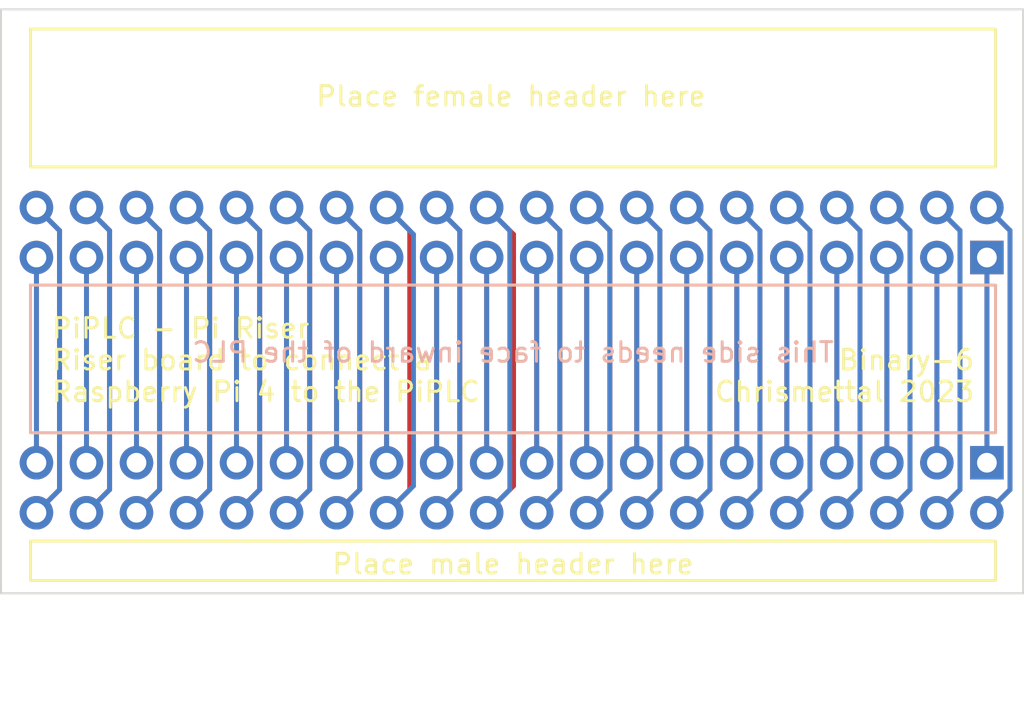
<source format=kicad_pcb>
(kicad_pcb (version 20221018) (generator pcbnew)
  (layers (0 "F.Cu" signal) (31 "B.Cu" signal) (34 "B.Paste" user) (35 "F.Paste" user) (36 "B.SilkS" user "B.Silkscreen") (37 "F.SilkS" user "F.Silkscreen") (38 "B.Mask" user) (39 "F.Mask" user) (44 "Edge.Cuts" user))
  (net 0 "")
  (net 1 "Net-(J1-Pin_1)")
  (net 2 "Net-(J1-Pin_2)")
  (net 3 "Net-(J1-Pin_3)")
  (net 4 "Net-(J1-Pin_4)")
  (net 5 "Net-(J1-Pin_5)")
  (net 6 "Net-(J1-Pin_6)")
  (net 7 "Net-(J1-Pin_7)")
  (net 8 "Net-(J1-Pin_8)")
  (net 9 "Net-(J1-Pin_9)")
  (net 10 "Net-(J1-Pin_10)")
  (net 11 "Net-(J1-Pin_11)")
  (net 12 "Net-(J1-Pin_12)")
  (net 13 "Net-(J1-Pin_13)")
  (net 14 "Net-(J1-Pin_14)")
  (net 15 "Net-(J1-Pin_15)")
  (net 16 "Net-(J1-Pin_16)")
  (net 17 "Net-(J1-Pin_17)")
  (net 18 "Net-(J1-Pin_18)")
  (net 19 "Net-(J1-Pin_19)")
  (net 20 "Net-(J1-Pin_20)")
  (net 21 "Net-(J1-Pin_21)")
  (net 22 "Net-(J1-Pin_22)")
  (net 23 "Net-(J1-Pin_23)")
  (net 24 "Net-(J1-Pin_24)")
  (net 25 "Net-(J1-Pin_25)")
  (net 26 "Net-(J1-Pin_26)")
  (net 27 "Net-(J1-Pin_27)")
  (net 28 "Net-(J1-Pin_28)")
  (net 29 "Net-(J1-Pin_29)")
  (net 30 "Net-(J1-Pin_30)")
  (net 31 "Net-(J1-Pin_31)")
  (net 32 "Net-(J1-Pin_32)")
  (net 33 "Net-(J1-Pin_33)")
  (net 34 "Net-(J1-Pin_34)")
  (net 35 "Net-(J1-Pin_35)")
  (net 36 "Net-(J1-Pin_36)")
  (net 37 "Net-(J1-Pin_37)")
  (net 38 "Net-(J1-Pin_38)")
  (net 39 "Net-(J1-Pin_39)")
  (net 40 "Net-(J1-Pin_40)")
  (footprint "Connector_PinHeader_2.54mm:PinHeader_2x20_P2.54mm_Horizontal" (layer "F.Cu") (at 157.26 108.42 -90)
    (fp_text reference "J1" hide)
    (fp_text value "Male" hide)
    (pad "1" thru_hole rect (at 0 0 270) (size 1.7 1.7) (drill 1) (layers "*.Cu" "*.Mask") (net 1 "Net-(J1-Pin_1)"))
    (pad "2" thru_hole oval (at 2.54 0 270) (size 1.7 1.7) (drill 1) (layers "*.Cu" "*.Mask") (net 2 "Net-(J1-Pin_2)"))
    (pad "3" thru_hole oval (at 0 2.54 270) (size 1.7 1.7) (drill 1) (layers "*.Cu" "*.Mask") (net 3 "Net-(J1-Pin_3)"))
    (pad "4" thru_hole oval (at 2.54 2.54 270) (size 1.7 1.7) (drill 1) (layers "*.Cu" "*.Mask") (net 4 "Net-(J1-Pin_4)"))
    (pad "5" thru_hole oval (at 0 5.08 270) (size 1.7 1.7) (drill 1) (layers "*.Cu" "*.Mask") (net 5 "Net-(J1-Pin_5)"))
    (pad "6" thru_hole oval (at 2.54 5.08 270) (size 1.7 1.7) (drill 1) (layers "*.Cu" "*.Mask") (net 6 "Net-(J1-Pin_6)"))
    (pad "7" thru_hole oval (at 0 7.62 270) (size 1.7 1.7) (drill 1) (layers "*.Cu" "*.Mask") (net 7 "Net-(J1-Pin_7)"))
    (pad "8" thru_hole oval (at 2.54 7.62 270) (size 1.7 1.7) (drill 1) (layers "*.Cu" "*.Mask") (net 8 "Net-(J1-Pin_8)"))
    (pad "9" thru_hole oval (at 0 10.16 270) (size 1.7 1.7) (drill 1) (layers "*.Cu" "*.Mask") (net 9 "Net-(J1-Pin_9)"))
    (pad "10" thru_hole oval (at 2.54 10.16 270) (size 1.7 1.7) (drill 1) (layers "*.Cu" "*.Mask") (net 10 "Net-(J1-Pin_10)"))
    (pad "11" thru_hole oval (at 0 12.7 270) (size 1.7 1.7) (drill 1) (layers "*.Cu" "*.Mask") (net 11 "Net-(J1-Pin_11)"))
    (pad "12" thru_hole oval (at 2.54 12.7 270) (size 1.7 1.7) (drill 1) (layers "*.Cu" "*.Mask") (net 12 "Net-(J1-Pin_12)"))
    (pad "13" thru_hole oval (at 0 15.24 270) (size 1.7 1.7) (drill 1) (layers "*.Cu" "*.Mask") (net 13 "Net-(J1-Pin_13)"))
    (pad "14" thru_hole oval (at 2.54 15.24 270) (size 1.7 1.7) (drill 1) (layers "*.Cu" "*.Mask") (net 14 "Net-(J1-Pin_14)"))
    (pad "15" thru_hole oval (at 0 17.78 270) (size 1.7 1.7) (drill 1) (layers "*.Cu" "*.Mask") (net 15 "Net-(J1-Pin_15)"))
    (pad "16" thru_hole oval (at 2.54 17.78 270) (size 1.7 1.7) (drill 1) (layers "*.Cu" "*.Mask") (net 16 "Net-(J1-Pin_16)"))
    (pad "17" thru_hole oval (at 0 20.32 270) (size 1.7 1.7) (drill 1) (layers "*.Cu" "*.Mask") (net 17 "Net-(J1-Pin_17)"))
    (pad "18" thru_hole oval (at 2.54 20.32 270) (size 1.7 1.7) (drill 1) (layers "*.Cu" "*.Mask") (net 18 "Net-(J1-Pin_18)"))
    (pad "19" thru_hole oval (at 0 22.86 270) (size 1.7 1.7) (drill 1) (layers "*.Cu" "*.Mask") (net 19 "Net-(J1-Pin_19)"))
    (pad "20" thru_hole oval (at 2.54 22.86 270) (size 1.7 1.7) (drill 1) (layers "*.Cu" "*.Mask") (net 20 "Net-(J1-Pin_20)"))
    (pad "21" thru_hole oval (at 0 25.4 270) (size 1.7 1.7) (drill 1) (layers "*.Cu" "*.Mask") (net 21 "Net-(J1-Pin_21)"))
    (pad "22" thru_hole oval (at 2.54 25.4 270) (size 1.7 1.7) (drill 1) (layers "*.Cu" "*.Mask") (net 22 "Net-(J1-Pin_22)"))
    (pad "23" thru_hole oval (at 0 27.94 270) (size 1.7 1.7) (drill 1) (layers "*.Cu" "*.Mask") (net 23 "Net-(J1-Pin_23)"))
    (pad "24" thru_hole oval (at 2.54 27.94 270) (size 1.7 1.7) (drill 1) (layers "*.Cu" "*.Mask") (net 24 "Net-(J1-Pin_24)"))
    (pad "25" thru_hole oval (at 0 30.48 270) (size 1.7 1.7) (drill 1) (layers "*.Cu" "*.Mask") (net 25 "Net-(J1-Pin_25)"))
    (pad "26" thru_hole oval (at 2.54 30.48 270) (size 1.7 1.7) (drill 1) (layers "*.Cu" "*.Mask") (net 26 "Net-(J1-Pin_26)"))
    (pad "27" thru_hole oval (at 0 33.02 270) (size 1.7 1.7) (drill 1) (layers "*.Cu" "*.Mask") (net 27 "Net-(J1-Pin_27)"))
    (pad "28" thru_hole oval (at 2.54 33.02 270) (size 1.7 1.7) (drill 1) (layers "*.Cu" "*.Mask") (net 28 "Net-(J1-Pin_28)"))
    (pad "29" thru_hole oval (at 0 35.56 270) (size 1.7 1.7) (drill 1) (layers "*.Cu" "*.Mask") (net 29 "Net-(J1-Pin_29)"))
    (pad "30" thru_hole oval (at 2.54 35.56 270) (size 1.7 1.7) (drill 1) (layers "*.Cu" "*.Mask") (net 30 "Net-(J1-Pin_30)"))
    (pad "31" thru_hole oval (at 0 38.1 270) (size 1.7 1.7) (drill 1) (layers "*.Cu" "*.Mask") (net 31 "Net-(J1-Pin_31)"))
    (pad "32" thru_hole oval (at 2.54 38.1 270) (size 1.7 1.7) (drill 1) (layers "*.Cu" "*.Mask") (net 32 "Net-(J1-Pin_32)"))
    (pad "33" thru_hole oval (at 0 40.64 270) (size 1.7 1.7) (drill 1) (layers "*.Cu" "*.Mask") (net 33 "Net-(J1-Pin_33)"))
    (pad "34" thru_hole oval (at 2.54 40.64 270) (size 1.7 1.7) (drill 1) (layers "*.Cu" "*.Mask") (net 34 "Net-(J1-Pin_34)"))
    (pad "35" thru_hole oval (at 0 43.18 270) (size 1.7 1.7) (drill 1) (layers "*.Cu" "*.Mask") (net 35 "Net-(J1-Pin_35)"))
    (pad "36" thru_hole oval (at 2.54 43.18 270) (size 1.7 1.7) (drill 1) (layers "*.Cu" "*.Mask") (net 36 "Net-(J1-Pin_36)"))
    (pad "37" thru_hole oval (at 0 45.72 270) (size 1.7 1.7) (drill 1) (layers "*.Cu" "*.Mask") (net 37 "Net-(J1-Pin_37)"))
    (pad "38" thru_hole oval (at 2.54 45.72 270) (size 1.7 1.7) (drill 1) (layers "*.Cu" "*.Mask") (net 38 "Net-(J1-Pin_38)"))
    (pad "39" thru_hole oval (at 0 48.26 270) (size 1.7 1.7) (drill 1) (layers "*.Cu" "*.Mask") (net 39 "Net-(J1-Pin_39)"))
    (pad "40" thru_hole oval (at 2.54 48.26 270) (size 1.7 1.7) (drill 1) (layers "*.Cu" "*.Mask") (net 40 "Net-(J1-Pin_40)"))
  )
  (footprint "Connector_PinSocket_2.54mm:PinSocket_2x20_P2.54mm_Horizontal" (layer "F.Cu") (at 157.26 98 -90)
    (fp_text reference "J2" hide)
    (fp_text value "Female" hide)
    (pad "1" thru_hole rect (at 0 0 270) (size 1.7 1.7) (drill 1) (layers "*.Cu" "*.Mask") (net 1 "Net-(J1-Pin_1)"))
    (pad "2" thru_hole oval (at -2.54 0 270) (size 1.7 1.7) (drill 1) (layers "*.Cu" "*.Mask") (net 2 "Net-(J1-Pin_2)"))
    (pad "3" thru_hole oval (at 0 2.54 270) (size 1.7 1.7) (drill 1) (layers "*.Cu" "*.Mask") (net 3 "Net-(J1-Pin_3)"))
    (pad "4" thru_hole oval (at -2.54 2.54 270) (size 1.7 1.7) (drill 1) (layers "*.Cu" "*.Mask") (net 4 "Net-(J1-Pin_4)"))
    (pad "5" thru_hole oval (at 0 5.08 270) (size 1.7 1.7) (drill 1) (layers "*.Cu" "*.Mask") (net 5 "Net-(J1-Pin_5)"))
    (pad "6" thru_hole oval (at -2.54 5.08 270) (size 1.7 1.7) (drill 1) (layers "*.Cu" "*.Mask") (net 6 "Net-(J1-Pin_6)"))
    (pad "7" thru_hole oval (at 0 7.62 270) (size 1.7 1.7) (drill 1) (layers "*.Cu" "*.Mask") (net 7 "Net-(J1-Pin_7)"))
    (pad "8" thru_hole oval (at -2.54 7.62 270) (size 1.7 1.7) (drill 1) (layers "*.Cu" "*.Mask") (net 8 "Net-(J1-Pin_8)"))
    (pad "9" thru_hole oval (at 0 10.16 270) (size 1.7 1.7) (drill 1) (layers "*.Cu" "*.Mask") (net 9 "Net-(J1-Pin_9)"))
    (pad "10" thru_hole oval (at -2.54 10.16 270) (size 1.7 1.7) (drill 1) (layers "*.Cu" "*.Mask") (net 10 "Net-(J1-Pin_10)"))
    (pad "11" thru_hole oval (at 0 12.7 270) (size 1.7 1.7) (drill 1) (layers "*.Cu" "*.Mask") (net 11 "Net-(J1-Pin_11)"))
    (pad "12" thru_hole oval (at -2.54 12.7 270) (size 1.7 1.7) (drill 1) (layers "*.Cu" "*.Mask") (net 12 "Net-(J1-Pin_12)"))
    (pad "13" thru_hole oval (at 0 15.24 270) (size 1.7 1.7) (drill 1) (layers "*.Cu" "*.Mask") (net 13 "Net-(J1-Pin_13)"))
    (pad "14" thru_hole oval (at -2.54 15.24 270) (size 1.7 1.7) (drill 1) (layers "*.Cu" "*.Mask") (net 14 "Net-(J1-Pin_14)"))
    (pad "15" thru_hole oval (at 0 17.78 270) (size 1.7 1.7) (drill 1) (layers "*.Cu" "*.Mask") (net 15 "Net-(J1-Pin_15)"))
    (pad "16" thru_hole oval (at -2.54 17.78 270) (size 1.7 1.7) (drill 1) (layers "*.Cu" "*.Mask") (net 16 "Net-(J1-Pin_16)"))
    (pad "17" thru_hole oval (at 0 20.32 270) (size 1.7 1.7) (drill 1) (layers "*.Cu" "*.Mask") (net 17 "Net-(J1-Pin_17)"))
    (pad "18" thru_hole oval (at -2.54 20.32 270) (size 1.7 1.7) (drill 1) (layers "*.Cu" "*.Mask") (net 18 "Net-(J1-Pin_18)"))
    (pad "19" thru_hole oval (at 0 22.86 270) (size 1.7 1.7) (drill 1) (layers "*.Cu" "*.Mask") (net 19 "Net-(J1-Pin_19)"))
    (pad "20" thru_hole oval (at -2.54 22.86 270) (size 1.7 1.7) (drill 1) (layers "*.Cu" "*.Mask") (net 20 "Net-(J1-Pin_20)"))
    (pad "21" thru_hole oval (at 0 25.4 270) (size 1.7 1.7) (drill 1) (layers "*.Cu" "*.Mask") (net 21 "Net-(J1-Pin_21)"))
    (pad "22" thru_hole oval (at -2.54 25.4 270) (size 1.7 1.7) (drill 1) (layers "*.Cu" "*.Mask") (net 22 "Net-(J1-Pin_22)"))
    (pad "23" thru_hole oval (at 0 27.94 270) (size 1.7 1.7) (drill 1) (layers "*.Cu" "*.Mask") (net 23 "Net-(J1-Pin_23)"))
    (pad "24" thru_hole oval (at -2.54 27.94 270) (size 1.7 1.7) (drill 1) (layers "*.Cu" "*.Mask") (net 24 "Net-(J1-Pin_24)"))
    (pad "25" thru_hole oval (at 0 30.48 270) (size 1.7 1.7) (drill 1) (layers "*.Cu" "*.Mask") (net 25 "Net-(J1-Pin_25)"))
    (pad "26" thru_hole oval (at -2.54 30.48 270) (size 1.7 1.7) (drill 1) (layers "*.Cu" "*.Mask") (net 26 "Net-(J1-Pin_26)"))
    (pad "27" thru_hole oval (at 0 33.02 270) (size 1.7 1.7) (drill 1) (layers "*.Cu" "*.Mask") (net 27 "Net-(J1-Pin_27)"))
    (pad "28" thru_hole oval (at -2.54 33.02 270) (size 1.7 1.7) (drill 1) (layers "*.Cu" "*.Mask") (net 28 "Net-(J1-Pin_28)"))
    (pad "29" thru_hole oval (at 0 35.56 270) (size 1.7 1.7) (drill 1) (layers "*.Cu" "*.Mask") (net 29 "Net-(J1-Pin_29)"))
    (pad "30" thru_hole oval (at -2.54 35.56 270) (size 1.7 1.7) (drill 1) (layers "*.Cu" "*.Mask") (net 30 "Net-(J1-Pin_30)"))
    (pad "31" thru_hole oval (at 0 38.1 270) (size 1.7 1.7) (drill 1) (layers "*.Cu" "*.Mask") (net 31 "Net-(J1-Pin_31)"))
    (pad "32" thru_hole oval (at -2.54 38.1 270) (size 1.7 1.7) (drill 1) (layers "*.Cu" "*.Mask") (net 32 "Net-(J1-Pin_32)"))
    (pad "33" thru_hole oval (at 0 40.64 270) (size 1.7 1.7) (drill 1) (layers "*.Cu" "*.Mask") (net 33 "Net-(J1-Pin_33)"))
    (pad "34" thru_hole oval (at -2.54 40.64 270) (size 1.7 1.7) (drill 1) (layers "*.Cu" "*.Mask") (net 34 "Net-(J1-Pin_34)"))
    (pad "35" thru_hole oval (at 0 43.18 270) (size 1.7 1.7) (drill 1) (layers "*.Cu" "*.Mask") (net 35 "Net-(J1-Pin_35)"))
    (pad "36" thru_hole oval (at -2.54 43.18 270) (size 1.7 1.7) (drill 1) (layers "*.Cu" "*.Mask") (net 36 "Net-(J1-Pin_36)"))
    (pad "37" thru_hole oval (at 0 45.72 270) (size 1.7 1.7) (drill 1) (layers "*.Cu" "*.Mask") (net 37 "Net-(J1-Pin_37)"))
    (pad "38" thru_hole oval (at -2.54 45.72 270) (size 1.7 1.7) (drill 1) (layers "*.Cu" "*.Mask") (net 38 "Net-(J1-Pin_38)"))
    (pad "39" thru_hole oval (at 0 48.26 270) (size 1.7 1.7) (drill 1) (layers "*.Cu" "*.Mask") (net 39 "Net-(J1-Pin_39)"))
    (pad "40" thru_hole oval (at -2.54 48.26 270) (size 1.7 1.7) (drill 1) (layers "*.Cu" "*.Mask") (net 40 "Net-(J1-Pin_40)"))
  )
  (gr_rect (start 108.7 99.4) (end 157.7 106.9) (stroke (width 0.15)) (fill none) (layer "B.SilkS"))
  (gr_rect (start 108.7 99.4) (end 157.7 106.9) (stroke (width 0.15)) (fill none) (layer "F.SilkS"))
  (gr_rect (start 108.7 86.4) (end 157.7 93.4) (stroke (width 0.15)) (fill none) (layer "F.SilkS"))
  (gr_rect (start 108.7 112.4) (end 157.7 114.4) (stroke (width 0.15)) (fill none) (layer "F.SilkS"))
  (gr_rect (start 107.2 85.4) (end 159.1 115.05) (stroke (width 0.1)) (fill none) (layer "Edge.Cuts"))
  (gr_text "This side needs to face inward of the PLC" (at 133.2 103.4) (layer "B.SilkS") (effects (font (size 1 1)) (justify bottom mirror)))
  (gr_text "Binary-6\nChrismettal 2023" (at 156.7 105.4) (layer "F.SilkS") (effects (font (size 1 1)) (justify right bottom)))
  (gr_text "PiPLC - Pi Riser\nRiser board to connect a\nRaspberry Pi 4 to the PiPLC" (at 109.7 105.4) (layer "F.SilkS") (effects (font (size 1 1)) (justify left bottom)))
  (gr_text "Place female header here" (at 133.1 90.4) (layer "F.SilkS") (effects (font (size 1 1)) (justify bottom)))
  (gr_text "Place male header here" (at 133.2 114.15) (layer "F.SilkS") (effects (font (size 1 1)) (justify bottom)))
  (segment (start 157.26 98) (end 157.26 108.42) (width 0.25) (layer "F.Cu") (net 1))
  (segment (start 157.26 98) (end 157.26 108.42) (width 0.25) (layer "B.Cu") (net 1))
  (segment (start 158.435 96.635) (end 157.26 95.46) (width 0.25) (layer "F.Cu") (net 2))
  (segment (start 158.435 109.785) (end 158.435 96.635) (width 0.25) (layer "F.Cu") (net 2))
  (segment (start 157.26 110.96) (end 158.435 109.785) (width 0.25) (layer "F.Cu") (net 2))
  (segment (start 158.435 96.635) (end 157.26 95.46) (width 0.25) (layer "B.Cu") (net 2))
  (segment (start 158.435 109.785) (end 158.435 96.635) (width 0.25) (layer "B.Cu") (net 2))
  (segment (start 157.26 110.96) (end 158.435 109.785) (width 0.25) (layer "B.Cu") (net 2))
  (segment (start 154.72 108.42) (end 154.72 98) (width 0.25) (layer "F.Cu") (net 3))
  (segment (start 154.72 108.42) (end 154.72 98) (width 0.25) (layer "B.Cu") (net 3))
  (segment (start 155.895 109.785) (end 154.72 110.96) (width 0.25) (layer "F.Cu") (net 4))
  (segment (start 154.72 95.46) (end 155.895 96.635) (width 0.25) (layer "F.Cu") (net 4))
  (segment (start 155.895 96.635) (end 155.895 109.785) (width 0.25) (layer "F.Cu") (net 4))
  (segment (start 154.72 95.46) (end 155.895 96.635) (width 0.25) (layer "B.Cu") (net 4))
  (segment (start 155.895 96.635) (end 155.895 109.785) (width 0.25) (layer "B.Cu") (net 4))
  (segment (start 155.895 109.785) (end 154.72 110.96) (width 0.25) (layer "B.Cu") (net 4))
  (segment (start 152.18 98) (end 152.18 108.42) (width 0.25) (layer "F.Cu") (net 5))
  (segment (start 152.18 98) (end 152.18 108.42) (width 0.25) (layer "B.Cu") (net 5))
  (segment (start 152.18 110.96) (end 153.355 109.785) (width 0.25) (layer "F.Cu") (net 6))
  (segment (start 153.355 96.635) (end 152.18 95.46) (width 0.25) (layer "F.Cu") (net 6))
  (segment (start 153.355 109.785) (end 153.355 96.635) (width 0.25) (layer "F.Cu") (net 6))
  (segment (start 152.18 110.96) (end 153.355 109.785) (width 0.25) (layer "B.Cu") (net 6))
  (segment (start 153.355 109.785) (end 153.355 96.635) (width 0.25) (layer "B.Cu") (net 6))
  (segment (start 153.355 96.635) (end 152.18 95.46) (width 0.25) (layer "B.Cu") (net 6))
  (segment (start 149.64 108.42) (end 149.64 98) (width 0.25) (layer "F.Cu") (net 7))
  (segment (start 149.64 108.42) (end 149.64 98) (width 0.25) (layer "B.Cu") (net 7))
  (segment (start 150.815 109.785) (end 149.64 110.96) (width 0.25) (layer "F.Cu") (net 8))
  (segment (start 149.64 95.46) (end 150.815 96.635) (width 0.25) (layer "F.Cu") (net 8))
  (segment (start 150.815 96.635) (end 150.815 109.785) (width 0.25) (layer "F.Cu") (net 8))
  (segment (start 149.64 95.46) (end 150.815 96.635) (width 0.25) (layer "B.Cu") (net 8))
  (segment (start 150.815 109.785) (end 149.64 110.96) (width 0.25) (layer "B.Cu") (net 8))
  (segment (start 150.815 96.635) (end 150.815 109.785) (width 0.25) (layer "B.Cu") (net 8))
  (segment (start 147.1 98) (end 147.1 108.42) (width 0.25) (layer "F.Cu") (net 9))
  (segment (start 147.1 98) (end 147.1 108.42) (width 0.25) (layer "B.Cu") (net 9))
  (segment (start 148.275 96.635) (end 147.1 95.46) (width 0.25) (layer "F.Cu") (net 10))
  (segment (start 148.275 109.785) (end 148.275 96.635) (width 0.25) (layer "F.Cu") (net 10))
  (segment (start 147.1 110.96) (end 148.275 109.785) (width 0.25) (layer "F.Cu") (net 10))
  (segment (start 147.1 110.96) (end 148.275 109.785) (width 0.25) (layer "B.Cu") (net 10))
  (segment (start 148.275 109.785) (end 148.275 96.635) (width 0.25) (layer "B.Cu") (net 10))
  (segment (start 148.275 96.635) (end 147.1 95.46) (width 0.25) (layer "B.Cu") (net 10))
  (segment (start 144.56 108.42) (end 144.56 98) (width 0.25) (layer "F.Cu") (net 11))
  (segment (start 144.56 108.42) (end 144.56 98) (width 0.25) (layer "B.Cu") (net 11))
  (segment (start 145.735 96.635) (end 145.735 109.785) (width 0.25) (layer "F.Cu") (net 12))
  (segment (start 144.56 95.46) (end 145.735 96.635) (width 0.25) (layer "F.Cu") (net 12))
  (segment (start 145.735 109.785) (end 144.56 110.96) (width 0.25) (layer "F.Cu") (net 12))
  (segment (start 145.735 109.785) (end 144.56 110.96) (width 0.25) (layer "B.Cu") (net 12))
  (segment (start 144.56 95.46) (end 145.735 96.635) (width 0.25) (layer "B.Cu") (net 12))
  (segment (start 145.735 96.635) (end 145.735 109.785) (width 0.25) (layer "B.Cu") (net 12))
  (segment (start 142.02 98) (end 142.02 108.42) (width 0.25) (layer "F.Cu") (net 13))
  (segment (start 142.02 98) (end 142.02 108.42) (width 0.25) (layer "B.Cu") (net 13))
  (segment (start 142.02 110.96) (end 143.195 109.785) (width 0.25) (layer "F.Cu") (net 14))
  (segment (start 143.195 109.785) (end 143.195 96.635) (width 0.25) (layer "F.Cu") (net 14))
  (segment (start 143.195 96.635) (end 142.02 95.46) (width 0.25) (layer "F.Cu") (net 14))
  (segment (start 143.195 109.785) (end 142.02 110.96) (width 0.25) (layer "B.Cu") (net 14))
  (segment (start 142.02 95.46) (end 143.195 96.635) (width 0.25) (layer "B.Cu") (net 14))
  (segment (start 143.195 96.635) (end 143.195 109.785) (width 0.25) (layer "B.Cu") (net 14))
  (segment (start 139.48 108.42) (end 139.48 98) (width 0.25) (layer "F.Cu") (net 15))
  (segment (start 139.48 108.42) (end 139.48 98) (width 0.25) (layer "B.Cu") (net 15))
  (segment (start 140.655 109.785) (end 139.48 110.96) (width 0.25) (layer "F.Cu") (net 16))
  (segment (start 139.48 95.46) (end 140.655 96.635) (width 0.25) (layer "F.Cu") (net 16))
  (segment (start 140.655 96.635) (end 140.655 109.785) (width 0.25) (layer "F.Cu") (net 16))
  (segment (start 140.655 96.635) (end 139.48 95.46) (width 0.25) (layer "B.Cu") (net 16))
  (segment (start 139.48 110.96) (end 140.655 109.785) (width 0.25) (layer "B.Cu") (net 16))
  (segment (start 140.655 109.785) (end 140.655 96.635) (width 0.25) (layer "B.Cu") (net 16))
  (segment (start 136.94 98) (end 136.94 108.42) (width 0.25) (layer "F.Cu") (net 17))
  (segment (start 136.94 98) (end 136.94 108.42) (width 0.25) (layer "B.Cu") (net 17))
  (segment (start 138.115 109.785) (end 138.115 96.635) (width 0.25) (layer "F.Cu") (net 18))
  (segment (start 136.94 110.96) (end 138.115 109.785) (width 0.25) (layer "F.Cu") (net 18))
  (segment (start 138.115 96.635) (end 136.94 95.46) (width 0.25) (layer "F.Cu") (net 18))
  (segment (start 138.115 96.635) (end 138.115 109.785) (width 0.25) (layer "B.Cu") (net 18))
  (segment (start 138.115 109.785) (end 136.94 110.96) (width 0.25) (layer "B.Cu") (net 18))
  (segment (start 136.94 95.46) (end 138.115 96.635) (width 0.25) (layer "B.Cu") (net 18))
  (segment (start 134.4 108.42) (end 134.4 98) (width 0.25) (layer "F.Cu") (net 19))
  (segment (start 134.4 98) (end 134.4 108.42) (width 0.25) (layer "B.Cu") (net 19))
  (segment (start 135.575 96.635) (end 135.575 109.785) (width 0.25) (layer "F.Cu") (net 20))
  (segment (start 135.575 109.785) (end 134.4 110.96) (width 0.25) (layer "F.Cu") (net 20))
  (segment (start 134.4 95.46) (end 135.575 96.635) (width 0.25) (layer "F.Cu") (net 20))
  (segment (start 134.4 110.96) (end 135.575 109.785) (width 0.25) (layer "B.Cu") (net 20))
  (segment (start 135.575 109.785) (end 135.575 96.635) (width 0.25) (layer "B.Cu") (net 20))
  (segment (start 135.575 96.635) (end 134.4 95.46) (width 0.25) (layer "B.Cu") (net 20))
  (segment (start 131.86 98) (end 131.86 108.42) (width 0.25) (layer "F.Cu") (net 21))
  (segment (start 131.86 108.42) (end 131.86 98) (width 0.25) (layer "B.Cu") (net 21))
  (segment (start 131.86 110.96) (end 133.225 109.595) (width 0.25) (layer "F.Cu") (net 22))
  (segment (start 133.225 96.825) (end 131.86 95.46) (width 0.25) (layer "F.Cu") (net 22))
  (segment (start 133.225 109.595) (end 133.225 96.825) (width 0.25) (layer "F.Cu") (net 22))
  (segment (start 131.86 95.46) (end 133.035 96.635) (width 0.25) (layer "B.Cu") (net 22))
  (segment (start 133.035 109.785) (end 131.86 110.96) (width 0.25) (layer "B.Cu") (net 22))
  (segment (start 133.035 96.635) (end 133.035 109.785) (width 0.25) (layer "B.Cu") (net 22))
  (segment (start 129.32 108.42) (end 129.32 98) (width 0.25) (layer "F.Cu") (net 23))
  (segment (start 129.32 98) (end 129.32 108.42) (width 0.25) (layer "B.Cu") (net 23))
  (segment (start 130.495 96.635) (end 130.495 109.785) (width 0.25) (layer "F.Cu") (net 24))
  (segment (start 130.495 109.785) (end 129.32 110.96) (width 0.25) (layer "F.Cu") (net 24))
  (segment (start 129.32 95.46) (end 130.495 96.635) (width 0.25) (layer "F.Cu") (net 24))
  (segment (start 130.495 96.635) (end 129.32 95.46) (width 0.25) (layer "B.Cu") (net 24))
  (segment (start 129.32 110.96) (end 130.495 109.785) (width 0.25) (layer "B.Cu") (net 24))
  (segment (start 130.495 109.785) (end 130.495 96.635) (width 0.25) (layer "B.Cu") (net 24))
  (segment (start 126.78 98) (end 126.78 108.42) (width 0.25) (layer "F.Cu") (net 25))
  (segment (start 126.78 108.42) (end 126.78 98) (width 0.25) (layer "B.Cu") (net 25))
  (segment (start 127.955 96.635) (end 126.78 95.46) (width 0.25) (layer "F.Cu") (net 26))
  (segment (start 127.955 109.785) (end 127.955 96.635) (width 0.25) (layer "F.Cu") (net 26))
  (segment (start 126.78 110.96) (end 127.955 109.785) (width 0.25) (layer "F.Cu") (net 26))
  (segment (start 126.78 95.46) (end 128.145 96.825) (width 0.25) (layer "B.Cu") (net 26))
  (segment (start 128.145 109.595) (end 126.78 110.96) (width 0.25) (layer "B.Cu") (net 26))
  (segment (start 128.145 96.825) (end 128.145 109.595) (width 0.25) (layer "B.Cu") (net 26))
  (segment (start 124.24 108.42) (end 124.24 98) (width 0.25) (layer "F.Cu") (net 27))
  (segment (start 124.24 98) (end 124.24 108.42) (width 0.25) (layer "B.Cu") (net 27))
  (segment (start 125.415 109.785) (end 124.24 110.96) (width 0.25) (layer "F.Cu") (net 28))
  (segment (start 125.415 96.635) (end 125.415 109.785) (width 0.25) (layer "F.Cu") (net 28))
  (segment (start 124.24 95.46) (end 125.415 96.635) (width 0.25) (layer "F.Cu") (net 28))
  (segment (start 125.415 109.785) (end 125.415 96.635) (width 0.25) (layer "B.Cu") (net 28))
  (segment (start 124.24 110.96) (end 125.415 109.785) (width 0.25) (layer "B.Cu") (net 28))
  (segment (start 125.415 96.635) (end 124.24 95.46) (width 0.25) (layer "B.Cu") (net 28))
  (segment (start 121.7 98) (end 121.7 108.42) (width 0.25) (layer "F.Cu") (net 29))
  (segment (start 121.7 108.42) (end 121.7 98) (width 0.25) (layer "B.Cu") (net 29))
  (segment (start 121.7 110.96) (end 122.875 109.785) (width 0.25) (layer "F.Cu") (net 30))
  (segment (start 122.875 96.635) (end 121.7 95.46) (width 0.25) (layer "F.Cu") (net 30))
  (segment (start 122.875 109.785) (end 122.875 96.635) (width 0.25) (layer "F.Cu") (net 30))
  (segment (start 122.875 96.635) (end 122.875 109.785) (width 0.25) (layer "B.Cu") (net 30))
  (segment (start 122.875 109.785) (end 121.7 110.96) (width 0.25) (layer "B.Cu") (net 30))
  (segment (start 121.7 95.46) (end 122.875 96.635) (width 0.25) (layer "B.Cu") (net 30))
  (segment (start 119.16 108.42) (end 119.16 98) (width 0.25) (layer "F.Cu") (net 31))
  (segment (start 119.16 98) (end 119.16 108.42) (width 0.25) (layer "B.Cu") (net 31))
  (segment (start 120.335 109.785) (end 119.16 110.96) (width 0.25) (layer "F.Cu") (net 32))
  (segment (start 119.16 95.46) (end 120.335 96.635) (width 0.25) (layer "F.Cu") (net 32))
  (segment (start 120.335 96.635) (end 120.335 109.785) (width 0.25) (layer "F.Cu") (net 32))
  (segment (start 120.335 96.635) (end 119.16 95.46) (width 0.25) (layer "B.Cu") (net 32))
  (segment (start 119.16 110.96) (end 120.335 109.785) (width 0.25) (layer "B.Cu") (net 32))
  (segment (start 120.335 109.785) (end 120.335 96.635) (width 0.25) (layer "B.Cu") (net 32))
  (segment (start 116.62 98) (end 116.62 108.42) (width 0.25) (layer "F.Cu") (net 33))
  (segment (start 116.62 108.42) (end 116.62 98) (width 0.25) (layer "B.Cu") (net 33))
  (segment (start 117.795 109.785) (end 117.795 96.635) (width 0.25) (layer "F.Cu") (net 34))
  (segment (start 116.62 110.96) (end 117.795 109.785) (width 0.25) (layer "F.Cu") (net 34))
  (segment (start 117.795 96.635) (end 116.62 95.46) (width 0.25) (layer "F.Cu") (net 34))
  (segment (start 117.795 109.785) (end 116.62 110.96) (width 0.25) (layer "B.Cu") (net 34))
  (segment (start 117.795 96.635) (end 117.795 109.785) (width 0.25) (layer "B.Cu") (net 34))
  (segment (start 116.62 95.46) (end 117.795 96.635) (width 0.25) (layer "B.Cu") (net 34))
  (segment (start 114.08 108.42) (end 114.08 98) (width 0.25) (layer "F.Cu") (net 35))
  (segment (start 114.08 98) (end 114.08 108.42) (width 0.25) (layer "B.Cu") (net 35))
  (segment (start 115.255 109.785) (end 114.08 110.96) (width 0.25) (layer "F.Cu") (net 36))
  (segment (start 115.255 96.635) (end 115.255 109.785) (width 0.25) (layer "F.Cu") (net 36))
  (segment (start 114.08 95.46) (end 115.255 96.635) (width 0.25) (layer "F.Cu") (net 36))
  (segment (start 114.08 110.96) (end 115.255 109.785) (width 0.25) (layer "B.Cu") (net 36))
  (segment (start 115.255 96.635) (end 114.08 95.46) (width 0.25) (layer "B.Cu") (net 36))
  (segment (start 115.255 109.785) (end 115.255 96.635) (width 0.25) (layer "B.Cu") (net 36))
  (segment (start 111.54 98) (end 111.54 108.42) (width 0.25) (layer "F.Cu") (net 37))
  (segment (start 111.54 108.42) (end 111.54 98) (width 0.25) (layer "B.Cu") (net 37))
  (segment (start 112.715 96.635) (end 111.54 95.46) (width 0.25) (layer "F.Cu") (net 38))
  (segment (start 111.54 110.96) (end 112.715 109.785) (width 0.25) (layer "F.Cu") (net 38))
  (segment (start 112.715 109.785) (end 112.715 96.635) (width 0.25) (layer "F.Cu") (net 38))
  (segment (start 112.715 109.785) (end 111.54 110.96) (width 0.25) (layer "B.Cu") (net 38))
  (segment (start 112.715 96.635) (end 112.715 109.785) (width 0.25) (layer "B.Cu") (net 38))
  (segment (start 111.54 95.46) (end 112.715 96.635) (width 0.25) (layer "B.Cu") (net 38))
  (segment (start 109 98) (end 109 108.42) (width 0.25) (layer "F.Cu") (net 39))
  (segment (start 109 98) (end 109 108.42) (width 0.25) (layer "B.Cu") (net 39))
  (segment (start 109 95.46) (end 110.175 96.635) (width 0.25) (layer "F.Cu") (net 40))
  (segment (start 110.175 96.635) (end 110.175 109.785) (width 0.25) (layer "F.Cu") (net 40))
  (segment (start 110.175 109.785) (end 109 110.96) (width 0.25) (layer "F.Cu") (net 40))
  (segment (start 109 110.96) (end 110.175 109.785) (width 0.25) (layer "B.Cu") (net 40))
  (segment (start 110.175 109.785) (end 110.175 96.635) (width 0.25) (layer "B.Cu") (net 40))
  (segment (start 110.175 96.635) (end 109 95.46) (width 0.25) (layer "B.Cu") (net 40))
)
</source>
